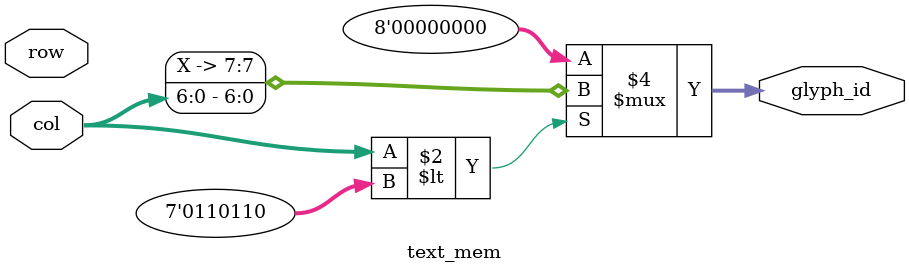
<source format=v>
module text_mem(
    input [5:0] row,
    input [6:0] col,
    output reg [7:0] glyph_id
);
    always @(*) begin
        if (col < 7'd54)
            glyph_id = col[7:0]; // glyph 0-53
        else
            glyph_id = 8'd0; // rest = glyph 0
    end
endmodule
</source>
